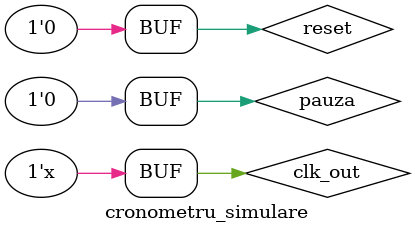
<source format=v>
`timescale 1ns / 1ps


module cronometru_simulare;
    reg clk_out, reset, pauza;
    //wire carry_out1;
    wire [3:0]MIN_BCD0, MIN_BCD1, SEC_BCD0, SEC_BCD1;

    cronometru_test c1(MIN_BCD0, MIN_BCD1, SEC_BCD0, SEC_BCD1, clk_out, reset, pauza);


///numarator n1(valoare_bin1, carry_out1, clk_out, reset, pauza);
///numarator_min n2(valoare_bin2, carry_out1, reset, pauza);

always #1 clk_out = ~clk_out;

initial
    begin
        clk_out = 1'b1;
        reset = 1'b1;
        pauza = 1'b0;
        #1 reset = 1'b0;
    end
endmodule

</source>
